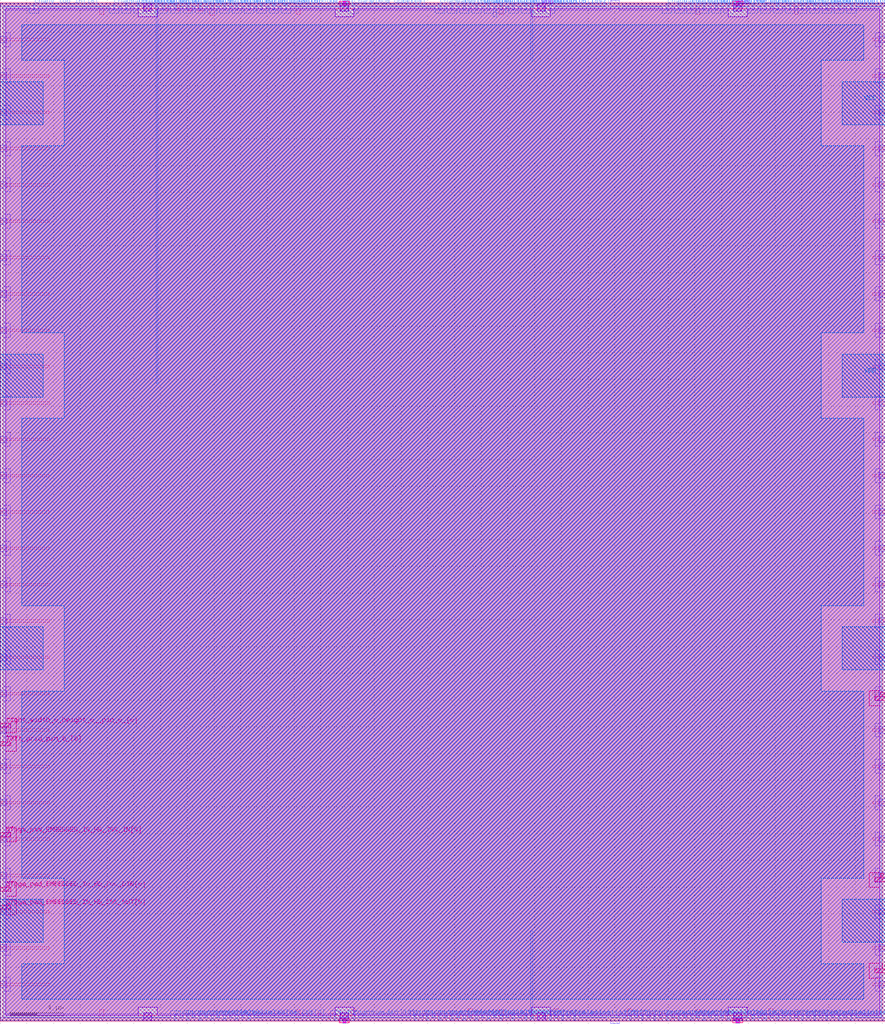
<source format=lef>
VERSION 5.7 ;
BUSBITCHARS "[]" ;

UNITS
  DATABASE MICRONS 1000 ;
END UNITS

MANUFACTURINGGRID 0.005 ;

LAYER li1
  TYPE ROUTING ;
  DIRECTION VERTICAL ;
  PITCH 0.46 ;
  WIDTH 0.17 ;
END li1

LAYER mcon
  TYPE CUT ;
END mcon

LAYER met1
  TYPE ROUTING ;
  DIRECTION HORIZONTAL ;
  PITCH 0.34 ;
  WIDTH 0.14 ;
END met1

LAYER via
  TYPE CUT ;
END via

LAYER met2
  TYPE ROUTING ;
  DIRECTION VERTICAL ;
  PITCH 0.46 ;
  WIDTH 0.14 ;
END met2

LAYER via2
  TYPE CUT ;
END via2

LAYER met3
  TYPE ROUTING ;
  DIRECTION HORIZONTAL ;
  PITCH 0.68 ;
  WIDTH 0.3 ;
END met3

LAYER via3
  TYPE CUT ;
END via3

LAYER met4
  TYPE ROUTING ;
  DIRECTION VERTICAL ;
  PITCH 0.92 ;
  WIDTH 0.3 ;
END met4

LAYER via4
  TYPE CUT ;
END via4

LAYER met5
  TYPE ROUTING ;
  DIRECTION HORIZONTAL ;
  PITCH 3.4 ;
  WIDTH 1.6 ;
END met5

LAYER nwell
  TYPE MASTERSLICE ;
END nwell

LAYER pwell
  TYPE MASTERSLICE ;
END pwell

LAYER OVERLAP
  TYPE OVERLAP ;
END OVERLAP

VIA L1M1_PR
  LAYER li1 ;
    RECT -0.085 -0.085 0.085 0.085 ;
  LAYER mcon ;
    RECT -0.085 -0.085 0.085 0.085 ;
  LAYER met1 ;
    RECT -0.145 -0.115 0.145 0.115 ;
END L1M1_PR

VIA L1M1_PR_R
  LAYER li1 ;
    RECT -0.085 -0.085 0.085 0.085 ;
  LAYER mcon ;
    RECT -0.085 -0.085 0.085 0.085 ;
  LAYER met1 ;
    RECT -0.115 -0.145 0.115 0.145 ;
END L1M1_PR_R

VIA L1M1_PR_M
  LAYER li1 ;
    RECT -0.085 -0.085 0.085 0.085 ;
  LAYER mcon ;
    RECT -0.085 -0.085 0.085 0.085 ;
  LAYER met1 ;
    RECT -0.115 -0.145 0.115 0.145 ;
END L1M1_PR_M

VIA L1M1_PR_MR
  LAYER li1 ;
    RECT -0.085 -0.085 0.085 0.085 ;
  LAYER mcon ;
    RECT -0.085 -0.085 0.085 0.085 ;
  LAYER met1 ;
    RECT -0.145 -0.115 0.145 0.115 ;
END L1M1_PR_MR

VIA L1M1_PR_C
  LAYER li1 ;
    RECT -0.085 -0.085 0.085 0.085 ;
  LAYER mcon ;
    RECT -0.085 -0.085 0.085 0.085 ;
  LAYER met1 ;
    RECT -0.145 -0.145 0.145 0.145 ;
END L1M1_PR_C

VIA M1M2_PR
  LAYER met1 ;
    RECT -0.16 -0.13 0.16 0.13 ;
  LAYER via ;
    RECT -0.075 -0.075 0.075 0.075 ;
  LAYER met2 ;
    RECT -0.13 -0.16 0.13 0.16 ;
END M1M2_PR

VIA M1M2_PR_Enc
  LAYER met1 ;
    RECT -0.16 -0.13 0.16 0.13 ;
  LAYER via ;
    RECT -0.075 -0.075 0.075 0.075 ;
  LAYER met2 ;
    RECT -0.16 -0.13 0.16 0.13 ;
END M1M2_PR_Enc

VIA M1M2_PR_R
  LAYER met1 ;
    RECT -0.13 -0.16 0.13 0.16 ;
  LAYER via ;
    RECT -0.075 -0.075 0.075 0.075 ;
  LAYER met2 ;
    RECT -0.16 -0.13 0.16 0.13 ;
END M1M2_PR_R

VIA M1M2_PR_R_Enc
  LAYER met1 ;
    RECT -0.13 -0.16 0.13 0.16 ;
  LAYER via ;
    RECT -0.075 -0.075 0.075 0.075 ;
  LAYER met2 ;
    RECT -0.13 -0.16 0.13 0.16 ;
END M1M2_PR_R_Enc

VIA M1M2_PR_M
  LAYER met1 ;
    RECT -0.16 -0.13 0.16 0.13 ;
  LAYER via ;
    RECT -0.075 -0.075 0.075 0.075 ;
  LAYER met2 ;
    RECT -0.16 -0.13 0.16 0.13 ;
END M1M2_PR_M

VIA M1M2_PR_M_Enc
  LAYER met1 ;
    RECT -0.16 -0.13 0.16 0.13 ;
  LAYER via ;
    RECT -0.075 -0.075 0.075 0.075 ;
  LAYER met2 ;
    RECT -0.13 -0.16 0.13 0.16 ;
END M1M2_PR_M_Enc

VIA M1M2_PR_MR
  LAYER met1 ;
    RECT -0.13 -0.16 0.13 0.16 ;
  LAYER via ;
    RECT -0.075 -0.075 0.075 0.075 ;
  LAYER met2 ;
    RECT -0.13 -0.16 0.13 0.16 ;
END M1M2_PR_MR

VIA M1M2_PR_MR_Enc
  LAYER met1 ;
    RECT -0.13 -0.16 0.13 0.16 ;
  LAYER via ;
    RECT -0.075 -0.075 0.075 0.075 ;
  LAYER met2 ;
    RECT -0.16 -0.13 0.16 0.13 ;
END M1M2_PR_MR_Enc

VIA M1M2_PR_C
  LAYER met1 ;
    RECT -0.16 -0.16 0.16 0.16 ;
  LAYER via ;
    RECT -0.075 -0.075 0.075 0.075 ;
  LAYER met2 ;
    RECT -0.16 -0.16 0.16 0.16 ;
END M1M2_PR_C

VIA M2M3_PR
  LAYER met2 ;
    RECT -0.14 -0.185 0.14 0.185 ;
  LAYER via2 ;
    RECT -0.1 -0.1 0.1 0.1 ;
  LAYER met3 ;
    RECT -0.165 -0.165 0.165 0.165 ;
END M2M3_PR

VIA M2M3_PR_R
  LAYER met2 ;
    RECT -0.185 -0.14 0.185 0.14 ;
  LAYER via2 ;
    RECT -0.1 -0.1 0.1 0.1 ;
  LAYER met3 ;
    RECT -0.165 -0.165 0.165 0.165 ;
END M2M3_PR_R

VIA M2M3_PR_M
  LAYER met2 ;
    RECT -0.14 -0.185 0.14 0.185 ;
  LAYER via2 ;
    RECT -0.1 -0.1 0.1 0.1 ;
  LAYER met3 ;
    RECT -0.165 -0.165 0.165 0.165 ;
END M2M3_PR_M

VIA M2M3_PR_MR
  LAYER met2 ;
    RECT -0.185 -0.14 0.185 0.14 ;
  LAYER via2 ;
    RECT -0.1 -0.1 0.1 0.1 ;
  LAYER met3 ;
    RECT -0.165 -0.165 0.165 0.165 ;
END M2M3_PR_MR

VIA M2M3_PR_C
  LAYER met2 ;
    RECT -0.185 -0.185 0.185 0.185 ;
  LAYER via2 ;
    RECT -0.1 -0.1 0.1 0.1 ;
  LAYER met3 ;
    RECT -0.165 -0.165 0.165 0.165 ;
END M2M3_PR_C

VIA M3M4_PR
  LAYER met3 ;
    RECT -0.19 -0.16 0.19 0.16 ;
  LAYER via3 ;
    RECT -0.1 -0.1 0.1 0.1 ;
  LAYER met4 ;
    RECT -0.165 -0.165 0.165 0.165 ;
END M3M4_PR

VIA M3M4_PR_R
  LAYER met3 ;
    RECT -0.16 -0.19 0.16 0.19 ;
  LAYER via3 ;
    RECT -0.1 -0.1 0.1 0.1 ;
  LAYER met4 ;
    RECT -0.165 -0.165 0.165 0.165 ;
END M3M4_PR_R

VIA M3M4_PR_M
  LAYER met3 ;
    RECT -0.19 -0.16 0.19 0.16 ;
  LAYER via3 ;
    RECT -0.1 -0.1 0.1 0.1 ;
  LAYER met4 ;
    RECT -0.165 -0.165 0.165 0.165 ;
END M3M4_PR_M

VIA M3M4_PR_MR
  LAYER met3 ;
    RECT -0.16 -0.19 0.16 0.19 ;
  LAYER via3 ;
    RECT -0.1 -0.1 0.1 0.1 ;
  LAYER met4 ;
    RECT -0.165 -0.165 0.165 0.165 ;
END M3M4_PR_MR

VIA M3M4_PR_C
  LAYER met3 ;
    RECT -0.19 -0.19 0.19 0.19 ;
  LAYER via3 ;
    RECT -0.1 -0.1 0.1 0.1 ;
  LAYER met4 ;
    RECT -0.165 -0.165 0.165 0.165 ;
END M3M4_PR_C

VIA M4M5_PR
  LAYER met4 ;
    RECT -0.59 -0.59 0.59 0.59 ;
  LAYER via4 ;
    RECT -0.4 -0.4 0.4 0.4 ;
  LAYER met5 ;
    RECT -0.71 -0.71 0.71 0.71 ;
END M4M5_PR

VIA M4M5_PR_R
  LAYER met4 ;
    RECT -0.59 -0.59 0.59 0.59 ;
  LAYER via4 ;
    RECT -0.4 -0.4 0.4 0.4 ;
  LAYER met5 ;
    RECT -0.71 -0.71 0.71 0.71 ;
END M4M5_PR_R

VIA M4M5_PR_M
  LAYER met4 ;
    RECT -0.59 -0.59 0.59 0.59 ;
  LAYER via4 ;
    RECT -0.4 -0.4 0.4 0.4 ;
  LAYER met5 ;
    RECT -0.71 -0.71 0.71 0.71 ;
END M4M5_PR_M

VIA M4M5_PR_MR
  LAYER met4 ;
    RECT -0.59 -0.59 0.59 0.59 ;
  LAYER via4 ;
    RECT -0.4 -0.4 0.4 0.4 ;
  LAYER met5 ;
    RECT -0.71 -0.71 0.71 0.71 ;
END M4M5_PR_MR

VIA M4M5_PR_C
  LAYER met4 ;
    RECT -0.59 -0.59 0.59 0.59 ;
  LAYER via4 ;
    RECT -0.4 -0.4 0.4 0.4 ;
  LAYER met5 ;
    RECT -0.71 -0.71 0.71 0.71 ;
END M4M5_PR_C

SITE unit
  CLASS CORE ;
  SYMMETRY Y ;
  SIZE 0.46 BY 2.72 ;
END unit

SITE unithddbl
  CLASS CORE ;
  SIZE 0.46 BY 5.44 ;
END unithddbl

MACRO cby_0__1_
  CLASS BLOCK ;
  ORIGIN 0 0 ;
  SIZE 66.24 BY 76.16 ;
  SYMMETRY X Y ;
  PIN chany_bottom_in[0]
    DIRECTION INPUT ;
    USE SIGNAL ;
    PORT
      LAYER met2 ;
        RECT 62.72 0 62.86 0.485 ;
    END
  END chany_bottom_in[0]
  PIN chany_bottom_in[1]
    DIRECTION INPUT ;
    USE SIGNAL ;
    PORT
      LAYER met2 ;
        RECT 40.18 0 40.32 0.485 ;
    END
  END chany_bottom_in[1]
  PIN chany_bottom_in[2]
    DIRECTION INPUT ;
    USE SIGNAL ;
    PORT
      LAYER met2 ;
        RECT 51.68 0 51.82 0.485 ;
    END
  END chany_bottom_in[2]
  PIN chany_bottom_in[3]
    DIRECTION INPUT ;
    USE SIGNAL ;
    PORT
      LAYER met2 ;
        RECT 56.28 0 56.42 0.485 ;
    END
  END chany_bottom_in[3]
  PIN chany_bottom_in[4]
    DIRECTION INPUT ;
    USE SIGNAL ;
    PORT
      LAYER met2 ;
        RECT 53.52 0 53.66 0.485 ;
    END
  END chany_bottom_in[4]
  PIN chany_bottom_in[5]
    DIRECTION INPUT ;
    USE SIGNAL ;
    PORT
      LAYER met2 ;
        RECT 34.66 0 34.8 0.485 ;
    END
  END chany_bottom_in[5]
  PIN chany_bottom_in[6]
    DIRECTION INPUT ;
    USE SIGNAL ;
    PORT
      LAYER met2 ;
        RECT 13.96 0 14.1 0.485 ;
    END
  END chany_bottom_in[6]
  PIN chany_bottom_in[7]
    DIRECTION INPUT ;
    USE SIGNAL ;
    PORT
      LAYER met2 ;
        RECT 16.72 0 16.86 0.485 ;
    END
  END chany_bottom_in[7]
  PIN chany_bottom_in[8]
    DIRECTION INPUT ;
    USE SIGNAL ;
    PORT
      LAYER met2 ;
        RECT 39.26 0 39.4 0.485 ;
    END
  END chany_bottom_in[8]
  PIN chany_bottom_in[9]
    DIRECTION INPUT ;
    USE SIGNAL ;
    PORT
      LAYER met2 ;
        RECT 35.58 0 35.72 0.485 ;
    END
  END chany_bottom_in[9]
  PIN chany_bottom_in[10]
    DIRECTION INPUT ;
    USE SIGNAL ;
    PORT
      LAYER met2 ;
        RECT 61.8 0 61.94 0.485 ;
    END
  END chany_bottom_in[10]
  PIN chany_bottom_in[11]
    DIRECTION INPUT ;
    USE SIGNAL ;
    PORT
      LAYER met2 ;
        RECT 58.12 0 58.26 0.485 ;
    END
  END chany_bottom_in[11]
  PIN chany_bottom_in[12]
    DIRECTION INPUT ;
    USE SIGNAL ;
    PORT
      LAYER met2 ;
        RECT 33.74 0 33.88 0.485 ;
    END
  END chany_bottom_in[12]
  PIN chany_bottom_in[13]
    DIRECTION INPUT ;
    USE SIGNAL ;
    PORT
      LAYER met2 ;
        RECT 38.34 0 38.48 0.485 ;
    END
  END chany_bottom_in[13]
  PIN chany_bottom_in[14]
    DIRECTION INPUT ;
    USE SIGNAL ;
    PORT
      LAYER met2 ;
        RECT 14.88 0 15.02 0.485 ;
    END
  END chany_bottom_in[14]
  PIN chany_bottom_in[15]
    DIRECTION INPUT ;
    USE SIGNAL ;
    PORT
      LAYER met2 ;
        RECT 36.5 0 36.64 0.485 ;
    END
  END chany_bottom_in[15]
  PIN chany_bottom_in[16]
    DIRECTION INPUT ;
    USE SIGNAL ;
    PORT
      LAYER met2 ;
        RECT 59.96 0 60.1 0.485 ;
    END
  END chany_bottom_in[16]
  PIN chany_bottom_in[17]
    DIRECTION INPUT ;
    USE SIGNAL ;
    PORT
      LAYER met2 ;
        RECT 15.8 0 15.94 0.485 ;
    END
  END chany_bottom_in[17]
  PIN chany_bottom_in[18]
    DIRECTION INPUT ;
    USE SIGNAL ;
    PORT
      LAYER met2 ;
        RECT 37.42 0 37.56 0.485 ;
    END
  END chany_bottom_in[18]
  PIN chany_bottom_in[19]
    DIRECTION INPUT ;
    USE SIGNAL ;
    PORT
      LAYER met2 ;
        RECT 57.2 0 57.34 0.485 ;
    END
  END chany_bottom_in[19]
  PIN chany_top_in[0]
    DIRECTION INPUT ;
    USE SIGNAL ;
    PORT
      LAYER met2 ;
        RECT 50.76 75.675 50.9 76.16 ;
    END
  END chany_top_in[0]
  PIN chany_top_in[1]
    DIRECTION INPUT ;
    USE SIGNAL ;
    PORT
      LAYER met2 ;
        RECT 57.2 75.675 57.34 76.16 ;
    END
  END chany_top_in[1]
  PIN chany_top_in[2]
    DIRECTION INPUT ;
    USE SIGNAL ;
    PORT
      LAYER met2 ;
        RECT 41.1 75.675 41.24 76.16 ;
    END
  END chany_top_in[2]
  PIN chany_top_in[3]
    DIRECTION INPUT ;
    USE SIGNAL ;
    PORT
      LAYER met2 ;
        RECT 11.2 75.675 11.34 76.16 ;
    END
  END chany_top_in[3]
  PIN chany_top_in[4]
    DIRECTION INPUT ;
    USE SIGNAL ;
    PORT
      LAYER met2 ;
        RECT 33.74 75.675 33.88 76.16 ;
    END
  END chany_top_in[4]
  PIN chany_top_in[5]
    DIRECTION INPUT ;
    USE SIGNAL ;
    PORT
      LAYER met2 ;
        RECT 19.48 75.675 19.62 76.16 ;
    END
  END chany_top_in[5]
  PIN chany_top_in[6]
    DIRECTION INPUT ;
    USE SIGNAL ;
    PORT
      LAYER met2 ;
        RECT 12.12 75.675 12.26 76.16 ;
    END
  END chany_top_in[6]
  PIN chany_top_in[7]
    DIRECTION INPUT ;
    USE SIGNAL ;
    PORT
      LAYER met2 ;
        RECT 36.5 75.675 36.64 76.16 ;
    END
  END chany_top_in[7]
  PIN chany_top_in[8]
    DIRECTION INPUT ;
    USE SIGNAL ;
    PORT
      LAYER met2 ;
        RECT 18.56 75.675 18.7 76.16 ;
    END
  END chany_top_in[8]
  PIN chany_top_in[9]
    DIRECTION INPUT ;
    USE SIGNAL ;
    PORT
      LAYER met2 ;
        RECT 13.04 75.675 13.18 76.16 ;
    END
  END chany_top_in[9]
  PIN chany_top_in[10]
    DIRECTION INPUT ;
    USE SIGNAL ;
    PORT
      LAYER met2 ;
        RECT 59.04 75.675 59.18 76.16 ;
    END
  END chany_top_in[10]
  PIN chany_top_in[11]
    DIRECTION INPUT ;
    USE SIGNAL ;
    PORT
      LAYER met2 ;
        RECT 17.64 75.675 17.78 76.16 ;
    END
  END chany_top_in[11]
  PIN chany_top_in[12]
    DIRECTION INPUT ;
    USE SIGNAL ;
    PORT
      LAYER met2 ;
        RECT 10.28 75.675 10.42 76.16 ;
    END
  END chany_top_in[12]
  PIN chany_top_in[13]
    DIRECTION INPUT ;
    USE SIGNAL ;
    PORT
      LAYER met2 ;
        RECT 13.96 75.675 14.1 76.16 ;
    END
  END chany_top_in[13]
  PIN chany_top_in[14]
    DIRECTION INPUT ;
    USE SIGNAL ;
    PORT
      LAYER met2 ;
        RECT 37.42 75.675 37.56 76.16 ;
    END
  END chany_top_in[14]
  PIN chany_top_in[15]
    DIRECTION INPUT ;
    USE SIGNAL ;
    PORT
      LAYER met2 ;
        RECT 16.72 75.675 16.86 76.16 ;
    END
  END chany_top_in[15]
  PIN chany_top_in[16]
    DIRECTION INPUT ;
    USE SIGNAL ;
    PORT
      LAYER met2 ;
        RECT 54.44 75.675 54.58 76.16 ;
    END
  END chany_top_in[16]
  PIN chany_top_in[17]
    DIRECTION INPUT ;
    USE SIGNAL ;
    PORT
      LAYER met2 ;
        RECT 14.88 75.675 15.02 76.16 ;
    END
  END chany_top_in[17]
  PIN chany_top_in[18]
    DIRECTION INPUT ;
    USE SIGNAL ;
    PORT
      LAYER met2 ;
        RECT 2.46 75.675 2.6 76.16 ;
    END
  END chany_top_in[18]
  PIN chany_top_in[19]
    DIRECTION INPUT ;
    USE SIGNAL ;
    PORT
      LAYER met2 ;
        RECT 15.8 75.675 15.94 76.16 ;
    END
  END chany_top_in[19]
  PIN ccff_head[0]
    DIRECTION INPUT ;
    USE SIGNAL ;
    PORT
      LAYER met2 ;
        RECT 34.66 75.675 34.8 76.16 ;
    END
  END ccff_head[0]
  PIN chany_bottom_out[0]
    DIRECTION OUTPUT ;
    USE SIGNAL ;
    PORT
      LAYER met2 ;
        RECT 48 0 48.14 0.485 ;
    END
  END chany_bottom_out[0]
  PIN chany_bottom_out[1]
    DIRECTION OUTPUT ;
    USE SIGNAL ;
    PORT
      LAYER met2 ;
        RECT 54.44 0 54.58 0.485 ;
    END
  END chany_bottom_out[1]
  PIN chany_bottom_out[2]
    DIRECTION OUTPUT ;
    USE SIGNAL ;
    PORT
      LAYER met2 ;
        RECT 47.08 0 47.22 0.485 ;
    END
  END chany_bottom_out[2]
  PIN chany_bottom_out[3]
    DIRECTION OUTPUT ;
    USE SIGNAL ;
    PORT
      LAYER met2 ;
        RECT 60.88 0 61.02 0.485 ;
    END
  END chany_bottom_out[3]
  PIN chany_bottom_out[4]
    DIRECTION OUTPUT ;
    USE SIGNAL ;
    PORT
      LAYER met2 ;
        RECT 50.76 0 50.9 0.485 ;
    END
  END chany_bottom_out[4]
  PIN chany_bottom_out[5]
    DIRECTION OUTPUT ;
    USE SIGNAL ;
    PORT
      LAYER met2 ;
        RECT 42.02 0 42.16 0.485 ;
    END
  END chany_bottom_out[5]
  PIN chany_bottom_out[6]
    DIRECTION OUTPUT ;
    USE SIGNAL ;
    PORT
      LAYER met2 ;
        RECT 31.9 0 32.04 0.485 ;
    END
  END chany_bottom_out[6]
  PIN chany_bottom_out[7]
    DIRECTION OUTPUT ;
    USE SIGNAL ;
    PORT
      LAYER met2 ;
        RECT 42.94 0 43.08 0.485 ;
    END
  END chany_bottom_out[7]
  PIN chany_bottom_out[8]
    DIRECTION OUTPUT ;
    USE SIGNAL ;
    PORT
      LAYER met2 ;
        RECT 13.04 0 13.18 0.485 ;
    END
  END chany_bottom_out[8]
  PIN chany_bottom_out[9]
    DIRECTION OUTPUT ;
    USE SIGNAL ;
    PORT
      LAYER met2 ;
        RECT 18.56 0 18.7 0.485 ;
    END
  END chany_bottom_out[9]
  PIN chany_bottom_out[10]
    DIRECTION OUTPUT ;
    USE SIGNAL ;
    PORT
      LAYER met2 ;
        RECT 49.84 0 49.98 0.485 ;
    END
  END chany_bottom_out[10]
  PIN chany_bottom_out[11]
    DIRECTION OUTPUT ;
    USE SIGNAL ;
    PORT
      LAYER met2 ;
        RECT 52.6 0 52.74 0.485 ;
    END
  END chany_bottom_out[11]
  PIN chany_bottom_out[12]
    DIRECTION OUTPUT ;
    USE SIGNAL ;
    PORT
      LAYER met2 ;
        RECT 59.04 0 59.18 0.485 ;
    END
  END chany_bottom_out[12]
  PIN chany_bottom_out[13]
    DIRECTION OUTPUT ;
    USE SIGNAL ;
    PORT
      LAYER met2 ;
        RECT 41.1 0 41.24 0.485 ;
    END
  END chany_bottom_out[13]
  PIN chany_bottom_out[14]
    DIRECTION OUTPUT ;
    USE SIGNAL ;
    PORT
      LAYER met2 ;
        RECT 32.82 0 32.96 0.485 ;
    END
  END chany_bottom_out[14]
  PIN chany_bottom_out[15]
    DIRECTION OUTPUT ;
    USE SIGNAL ;
    PORT
      LAYER met2 ;
        RECT 17.64 0 17.78 0.485 ;
    END
  END chany_bottom_out[15]
  PIN chany_bottom_out[16]
    DIRECTION OUTPUT ;
    USE SIGNAL ;
    PORT
      LAYER met2 ;
        RECT 25 0 25.14 0.485 ;
    END
  END chany_bottom_out[16]
  PIN chany_bottom_out[17]
    DIRECTION OUTPUT ;
    USE SIGNAL ;
    PORT
      LAYER met2 ;
        RECT 30.98 0 31.12 0.485 ;
    END
  END chany_bottom_out[17]
  PIN chany_bottom_out[18]
    DIRECTION OUTPUT ;
    USE SIGNAL ;
    PORT
      LAYER met2 ;
        RECT 63.64 0 63.78 0.485 ;
    END
  END chany_bottom_out[18]
  PIN chany_bottom_out[19]
    DIRECTION OUTPUT ;
    USE SIGNAL ;
    PORT
      LAYER met2 ;
        RECT 48.92 0 49.06 0.485 ;
    END
  END chany_bottom_out[19]
  PIN chany_top_out[0]
    DIRECTION OUTPUT ;
    USE SIGNAL ;
    PORT
      LAYER met2 ;
        RECT 49.84 75.675 49.98 76.16 ;
    END
  END chany_top_out[0]
  PIN chany_top_out[1]
    DIRECTION OUTPUT ;
    USE SIGNAL ;
    PORT
      LAYER met2 ;
        RECT 59.96 75.675 60.1 76.16 ;
    END
  END chany_top_out[1]
  PIN chany_top_out[2]
    DIRECTION OUTPUT ;
    USE SIGNAL ;
    PORT
      LAYER met2 ;
        RECT 60.88 75.675 61.02 76.16 ;
    END
  END chany_top_out[2]
  PIN chany_top_out[3]
    DIRECTION OUTPUT ;
    USE SIGNAL ;
    PORT
      LAYER met2 ;
        RECT 63.64 75.675 63.78 76.16 ;
    END
  END chany_top_out[3]
  PIN chany_top_out[4]
    DIRECTION OUTPUT ;
    USE SIGNAL ;
    PORT
      LAYER met2 ;
        RECT 52.6 75.675 52.74 76.16 ;
    END
  END chany_top_out[4]
  PIN chany_top_out[5]
    DIRECTION OUTPUT ;
    USE SIGNAL ;
    PORT
      LAYER met2 ;
        RECT 39.26 75.675 39.4 76.16 ;
    END
  END chany_top_out[5]
  PIN chany_top_out[6]
    DIRECTION OUTPUT ;
    USE SIGNAL ;
    PORT
      LAYER met2 ;
        RECT 35.58 75.675 35.72 76.16 ;
    END
  END chany_top_out[6]
  PIN chany_top_out[7]
    DIRECTION OUTPUT ;
    USE SIGNAL ;
    PORT
      LAYER met2 ;
        RECT 62.72 75.675 62.86 76.16 ;
    END
  END chany_top_out[7]
  PIN chany_top_out[8]
    DIRECTION OUTPUT ;
    USE SIGNAL ;
    PORT
      LAYER met2 ;
        RECT 9.36 75.675 9.5 76.16 ;
    END
  END chany_top_out[8]
  PIN chany_top_out[9]
    DIRECTION OUTPUT ;
    USE SIGNAL ;
    PORT
      LAYER met2 ;
        RECT 8.44 75.675 8.58 76.16 ;
    END
  END chany_top_out[9]
  PIN chany_top_out[10]
    DIRECTION OUTPUT ;
    USE SIGNAL ;
    PORT
      LAYER met2 ;
        RECT 26.38 75.675 26.52 76.16 ;
    END
  END chany_top_out[10]
  PIN chany_top_out[11]
    DIRECTION OUTPUT ;
    USE SIGNAL ;
    PORT
      LAYER met2 ;
        RECT 51.68 75.675 51.82 76.16 ;
    END
  END chany_top_out[11]
  PIN chany_top_out[12]
    DIRECTION OUTPUT ;
    USE SIGNAL ;
    PORT
      LAYER met2 ;
        RECT 53.52 75.675 53.66 76.16 ;
    END
  END chany_top_out[12]
  PIN chany_top_out[13]
    DIRECTION OUTPUT ;
    USE SIGNAL ;
    PORT
      LAYER met2 ;
        RECT 56.28 75.675 56.42 76.16 ;
    END
  END chany_top_out[13]
  PIN chany_top_out[14]
    DIRECTION OUTPUT ;
    USE SIGNAL ;
    PORT
      LAYER met2 ;
        RECT 58.12 75.675 58.26 76.16 ;
    END
  END chany_top_out[14]
  PIN chany_top_out[15]
    DIRECTION OUTPUT ;
    USE SIGNAL ;
    PORT
      LAYER met2 ;
        RECT 38.34 75.675 38.48 76.16 ;
    END
  END chany_top_out[15]
  PIN chany_top_out[16]
    DIRECTION OUTPUT ;
    USE SIGNAL ;
    PORT
      LAYER met2 ;
        RECT 61.8 75.675 61.94 76.16 ;
    END
  END chany_top_out[16]
  PIN chany_top_out[17]
    DIRECTION OUTPUT ;
    USE SIGNAL ;
    PORT
      LAYER met2 ;
        RECT 32.82 75.675 32.96 76.16 ;
    END
  END chany_top_out[17]
  PIN chany_top_out[18]
    DIRECTION OUTPUT ;
    USE SIGNAL ;
    PORT
      LAYER met2 ;
        RECT 21.32 75.675 21.46 76.16 ;
    END
  END chany_top_out[18]
  PIN chany_top_out[19]
    DIRECTION OUTPUT ;
    USE SIGNAL ;
    PORT
      LAYER met2 ;
        RECT 40.18 75.675 40.32 76.16 ;
    END
  END chany_top_out[19]
  PIN left_grid_pin_0_[0]
    DIRECTION OUTPUT ;
    USE SIGNAL ;
    PORT
      LAYER met3 ;
        RECT 0 20.59 0.8 20.89 ;
    END
  END left_grid_pin_0_[0]
  PIN ccff_tail[0]
    DIRECTION OUTPUT ;
    USE SIGNAL ;
    PORT
      LAYER met3 ;
        RECT 65.44 23.99 66.24 24.29 ;
    END
  END ccff_tail[0]
  PIN IO_ISOL_N[0]
    DIRECTION INPUT ;
    USE SIGNAL ;
    PORT
      LAYER met3 ;
        RECT 65.44 3.59 66.24 3.89 ;
    END
  END IO_ISOL_N[0]
  PIN gfpga_pad_EMBEDDED_IO_HD_SOC_IN[0]
    DIRECTION INPUT ;
    USE SIGNAL ;
    PORT
      LAYER met3 ;
        RECT 0 13.79 0.8 14.09 ;
    END
  END gfpga_pad_EMBEDDED_IO_HD_SOC_IN[0]
  PIN gfpga_pad_EMBEDDED_IO_HD_SOC_OUT[0]
    DIRECTION OUTPUT ;
    USE SIGNAL ;
    PORT
      LAYER met3 ;
        RECT 0 8.35 0.8 8.65 ;
    END
  END gfpga_pad_EMBEDDED_IO_HD_SOC_OUT[0]
  PIN gfpga_pad_EMBEDDED_IO_HD_SOC_DIR[0]
    DIRECTION OUTPUT ;
    USE SIGNAL ;
    PORT
      LAYER met3 ;
        RECT 0 9.71 0.8 10.01 ;
    END
  END gfpga_pad_EMBEDDED_IO_HD_SOC_DIR[0]
  PIN right_width_0_height_0__pin_0_[0]
    DIRECTION INPUT ;
    USE SIGNAL ;
    PORT
      LAYER met3 ;
        RECT 0 21.95 0.8 22.25 ;
    END
  END right_width_0_height_0__pin_0_[0]
  PIN right_width_0_height_0__pin_1_upper[0]
    DIRECTION OUTPUT ;
    USE SIGNAL ;
    PORT
      LAYER met2 ;
        RECT 20.4 75.675 20.54 76.16 ;
    END
  END right_width_0_height_0__pin_1_upper[0]
  PIN right_width_0_height_0__pin_1_lower[0]
    DIRECTION OUTPUT ;
    USE SIGNAL ;
    PORT
      LAYER met2 ;
        RECT 26.38 0 26.52 0.485 ;
    END
  END right_width_0_height_0__pin_1_lower[0]
  PIN prog_clk_0_E_in
    DIRECTION INPUT ;
    USE CLOCK ;
    PORT
      LAYER met3 ;
        RECT 65.44 10.39 66.24 10.69 ;
    END
  END prog_clk_0_E_in
  PIN VDD
    DIRECTION INPUT ;
    USE POWER ;
    PORT
      LAYER met1 ;
        RECT 0 2.48 0.48 2.96 ;
        RECT 65.76 2.48 66.24 2.96 ;
        RECT 0 7.92 0.48 8.4 ;
        RECT 65.76 7.92 66.24 8.4 ;
        RECT 0 13.36 0.48 13.84 ;
        RECT 65.76 13.36 66.24 13.84 ;
        RECT 0 18.8 0.48 19.28 ;
        RECT 65.76 18.8 66.24 19.28 ;
        RECT 0 24.24 0.48 24.72 ;
        RECT 65.76 24.24 66.24 24.72 ;
        RECT 0 29.68 0.48 30.16 ;
        RECT 65.76 29.68 66.24 30.16 ;
        RECT 0 35.12 0.48 35.6 ;
        RECT 65.76 35.12 66.24 35.6 ;
        RECT 0 40.56 0.48 41.04 ;
        RECT 65.76 40.56 66.24 41.04 ;
        RECT 0 46 0.48 46.48 ;
        RECT 65.76 46 66.24 46.48 ;
        RECT 0 51.44 0.48 51.92 ;
        RECT 65.76 51.44 66.24 51.92 ;
        RECT 0 56.88 0.48 57.36 ;
        RECT 65.76 56.88 66.24 57.36 ;
        RECT 0 62.32 0.48 62.8 ;
        RECT 65.76 62.32 66.24 62.8 ;
        RECT 0 67.76 0.48 68.24 ;
        RECT 65.76 67.76 66.24 68.24 ;
        RECT 0 73.2 0.48 73.68 ;
        RECT 65.76 73.2 66.24 73.68 ;
      LAYER met4 ;
        RECT 10.74 0 11.34 0.6 ;
        RECT 40.18 0 40.78 0.6 ;
        RECT 10.74 75.56 11.34 76.16 ;
        RECT 40.18 75.56 40.78 76.16 ;
      LAYER met5 ;
        RECT 0 5.88 3.2 9.08 ;
        RECT 63.04 5.88 66.24 9.08 ;
        RECT 0 46.68 3.2 49.88 ;
        RECT 63.04 46.68 66.24 49.88 ;
    END
  END VDD
  PIN VSS
    DIRECTION INPUT ;
    USE GROUND ;
    PORT
      LAYER met1 ;
        RECT 0 0 45.4 0.24 ;
        RECT 46.6 0 66.24 0.24 ;
        RECT 0 5.2 0.48 5.68 ;
        RECT 65.76 5.2 66.24 5.68 ;
        RECT 0 10.64 0.48 11.12 ;
        RECT 65.76 10.64 66.24 11.12 ;
        RECT 0 16.08 0.48 16.56 ;
        RECT 65.76 16.08 66.24 16.56 ;
        RECT 0 21.52 0.48 22 ;
        RECT 65.76 21.52 66.24 22 ;
        RECT 0 26.96 0.48 27.44 ;
        RECT 65.76 26.96 66.24 27.44 ;
        RECT 0 32.4 0.48 32.88 ;
        RECT 65.76 32.4 66.24 32.88 ;
        RECT 0 37.84 0.48 38.32 ;
        RECT 65.76 37.84 66.24 38.32 ;
        RECT 0 43.28 0.48 43.76 ;
        RECT 65.76 43.28 66.24 43.76 ;
        RECT 0 48.72 0.48 49.2 ;
        RECT 65.76 48.72 66.24 49.2 ;
        RECT 0 54.16 0.48 54.64 ;
        RECT 65.76 54.16 66.24 54.64 ;
        RECT 0 59.6 0.48 60.08 ;
        RECT 65.76 59.6 66.24 60.08 ;
        RECT 0 65.04 0.48 65.52 ;
        RECT 65.76 65.04 66.24 65.52 ;
        RECT 0 70.48 0.48 70.96 ;
        RECT 65.76 70.48 66.24 70.96 ;
        RECT 0 75.92 45.4 76.16 ;
        RECT 46.6 75.92 66.24 76.16 ;
      LAYER met4 ;
        RECT 25.46 0 26.06 0.6 ;
        RECT 54.9 0 55.5 0.6 ;
        RECT 25.46 75.56 26.06 76.16 ;
        RECT 54.9 75.56 55.5 76.16 ;
      LAYER met5 ;
        RECT 0 26.28 3.2 29.48 ;
        RECT 63.04 26.28 66.24 29.48 ;
        RECT 0 67.08 3.2 70.28 ;
        RECT 63.04 67.08 66.24 70.28 ;
    END
  END VSS
  OBS
    LAYER met2 ;
      RECT 55.06 75.975 55.34 76.345 ;
      RECT 25.62 75.975 25.9 76.345 ;
      POLYGON 39.9 76.06 39.9 75.92 39.86 75.92 39.86 71.84 39.72 71.84 39.72 76.06 ;
      POLYGON 11.8 76.06 11.8 47.7 11.66 47.7 11.66 75.92 11.62 75.92 11.62 76.06 ;
      RECT 36.9 75.15 37.16 75.47 ;
      POLYGON 39.86 6.7 39.86 0.24 39.9 0.24 39.9 0.1 39.72 0.1 39.72 6.7 ;
      RECT 55.06 -0.185 55.34 0.185 ;
      RECT 25.62 -0.185 25.9 0.185 ;
      POLYGON 65.96 75.88 65.96 0.28 64.06 0.28 64.06 0.765 63.36 0.765 63.36 0.28 63.14 0.28 63.14 0.765 62.44 0.765 62.44 0.28 62.22 0.28 62.22 0.765 61.52 0.765 61.52 0.28 61.3 0.28 61.3 0.765 60.6 0.765 60.6 0.28 60.38 0.28 60.38 0.765 59.68 0.765 59.68 0.28 59.46 0.28 59.46 0.765 58.76 0.765 58.76 0.28 58.54 0.28 58.54 0.765 57.84 0.765 57.84 0.28 57.62 0.28 57.62 0.765 56.92 0.765 56.92 0.28 56.7 0.28 56.7 0.765 56 0.765 56 0.28 54.86 0.28 54.86 0.765 54.16 0.765 54.16 0.28 53.94 0.28 53.94 0.765 53.24 0.765 53.24 0.28 53.02 0.28 53.02 0.765 52.32 0.765 52.32 0.28 52.1 0.28 52.1 0.765 51.4 0.765 51.4 0.28 51.18 0.28 51.18 0.765 50.48 0.765 50.48 0.28 50.26 0.28 50.26 0.765 49.56 0.765 49.56 0.28 49.34 0.28 49.34 0.765 48.64 0.765 48.64 0.28 48.42 0.28 48.42 0.765 47.72 0.765 47.72 0.28 47.5 0.28 47.5 0.765 46.8 0.765 46.8 0.28 43.36 0.28 43.36 0.765 42.66 0.765 42.66 0.28 42.44 0.28 42.44 0.765 41.74 0.765 41.74 0.28 41.52 0.28 41.52 0.765 40.82 0.765 40.82 0.28 40.6 0.28 40.6 0.765 39.9 0.765 39.9 0.28 39.68 0.28 39.68 0.765 38.98 0.765 38.98 0.28 38.76 0.28 38.76 0.765 38.06 0.765 38.06 0.28 37.84 0.28 37.84 0.765 37.14 0.765 37.14 0.28 36.92 0.28 36.92 0.765 36.22 0.765 36.22 0.28 36 0.28 36 0.765 35.3 0.765 35.3 0.28 35.08 0.28 35.08 0.765 34.38 0.765 34.38 0.28 34.16 0.28 34.16 0.765 33.46 0.765 33.46 0.28 33.24 0.28 33.24 0.765 32.54 0.765 32.54 0.28 32.32 0.28 32.32 0.765 31.62 0.765 31.62 0.28 31.4 0.28 31.4 0.765 30.7 0.765 30.7 0.28 26.8 0.28 26.8 0.765 26.1 0.765 26.1 0.28 25.42 0.28 25.42 0.765 24.72 0.765 24.72 0.28 18.98 0.28 18.98 0.765 18.28 0.765 18.28 0.28 18.06 0.28 18.06 0.765 17.36 0.765 17.36 0.28 17.14 0.28 17.14 0.765 16.44 0.765 16.44 0.28 16.22 0.28 16.22 0.765 15.52 0.765 15.52 0.28 15.3 0.28 15.3 0.765 14.6 0.765 14.6 0.28 14.38 0.28 14.38 0.765 13.68 0.765 13.68 0.28 13.46 0.28 13.46 0.765 12.76 0.765 12.76 0.28 0.28 0.28 0.28 75.88 2.18 75.88 2.18 75.395 2.88 75.395 2.88 75.88 8.16 75.88 8.16 75.395 8.86 75.395 8.86 75.88 9.08 75.88 9.08 75.395 9.78 75.395 9.78 75.88 10 75.88 10 75.395 10.7 75.395 10.7 75.88 10.92 75.88 10.92 75.395 11.62 75.395 11.62 75.88 11.84 75.88 11.84 75.395 12.54 75.395 12.54 75.88 12.76 75.88 12.76 75.395 13.46 75.395 13.46 75.88 13.68 75.88 13.68 75.395 14.38 75.395 14.38 75.88 14.6 75.88 14.6 75.395 15.3 75.395 15.3 75.88 15.52 75.88 15.52 75.395 16.22 75.395 16.22 75.88 16.44 75.88 16.44 75.395 17.14 75.395 17.14 75.88 17.36 75.88 17.36 75.395 18.06 75.395 18.06 75.88 18.28 75.88 18.28 75.395 18.98 75.395 18.98 75.88 19.2 75.88 19.2 75.395 19.9 75.395 19.9 75.88 20.12 75.88 20.12 75.395 20.82 75.395 20.82 75.88 21.04 75.88 21.04 75.395 21.74 75.395 21.74 75.88 26.1 75.88 26.1 75.395 26.8 75.395 26.8 75.88 32.54 75.88 32.54 75.395 33.24 75.395 33.24 75.88 33.46 75.88 33.46 75.395 34.16 75.395 34.16 75.88 34.38 75.88 34.38 75.395 35.08 75.395 35.08 75.88 35.3 75.88 35.3 75.395 36 75.395 36 75.88 36.22 75.88 36.22 75.395 36.92 75.395 36.92 75.88 37.14 75.88 37.14 75.395 37.84 75.395 37.84 75.88 38.06 75.88 38.06 75.395 38.76 75.395 38.76 75.88 38.98 75.88 38.98 75.395 39.68 75.395 39.68 75.88 39.9 75.88 39.9 75.395 40.6 75.395 40.6 75.88 40.82 75.88 40.82 75.395 41.52 75.395 41.52 75.88 49.56 75.88 49.56 75.395 50.26 75.395 50.26 75.88 50.48 75.88 50.48 75.395 51.18 75.395 51.18 75.88 51.4 75.88 51.4 75.395 52.1 75.395 52.1 75.88 52.32 75.88 52.32 75.395 53.02 75.395 53.02 75.88 53.24 75.88 53.24 75.395 53.94 75.395 53.94 75.88 54.16 75.88 54.16 75.395 54.86 75.395 54.86 75.88 56 75.88 56 75.395 56.7 75.395 56.7 75.88 56.92 75.88 56.92 75.395 57.62 75.395 57.62 75.88 57.84 75.88 57.84 75.395 58.54 75.395 58.54 75.88 58.76 75.88 58.76 75.395 59.46 75.395 59.46 75.88 59.68 75.88 59.68 75.395 60.38 75.395 60.38 75.88 60.6 75.88 60.6 75.395 61.3 75.395 61.3 75.88 61.52 75.88 61.52 75.395 62.22 75.395 62.22 75.88 62.44 75.88 62.44 75.395 63.14 75.395 63.14 75.88 63.36 75.88 63.36 75.395 64.06 75.395 64.06 75.88 ;
    LAYER met3 ;
      POLYGON 55.365 76.325 55.365 76.32 55.58 76.32 55.58 76 55.365 76 55.365 75.995 55.035 75.995 55.035 76 54.82 76 54.82 76.32 55.035 76.32 55.035 76.325 ;
      POLYGON 25.925 76.325 25.925 76.32 26.14 76.32 26.14 76 25.925 76 25.925 75.995 25.595 75.995 25.595 76 25.38 76 25.38 76.32 25.595 76.32 25.595 76.325 ;
      POLYGON 55.365 0.165 55.365 0.16 55.58 0.16 55.58 -0.16 55.365 -0.16 55.365 -0.165 55.035 -0.165 55.035 -0.16 54.82 -0.16 54.82 0.16 55.035 0.16 55.035 0.165 ;
      POLYGON 25.925 0.165 25.925 0.16 26.14 0.16 26.14 -0.16 25.925 -0.16 25.925 -0.165 25.595 -0.165 25.595 -0.16 25.38 -0.16 25.38 0.16 25.595 0.16 25.595 0.165 ;
      POLYGON 65.84 75.76 65.84 24.69 65.04 24.69 65.04 23.59 65.84 23.59 65.84 11.09 65.04 11.09 65.04 9.99 65.84 9.99 65.84 4.29 65.04 4.29 65.04 3.19 65.84 3.19 65.84 0.4 0.4 0.4 0.4 7.95 1.2 7.95 1.2 9.05 0.4 9.05 0.4 9.31 1.2 9.31 1.2 10.41 0.4 10.41 0.4 13.39 1.2 13.39 1.2 14.49 0.4 14.49 0.4 20.19 1.2 20.19 1.2 21.29 0.4 21.29 0.4 21.55 1.2 21.55 1.2 22.65 0.4 22.65 0.4 75.76 ;
    LAYER met5 ;
      POLYGON 64.64 74.56 64.64 71.88 61.44 71.88 61.44 65.48 64.64 65.48 64.64 51.48 61.44 51.48 61.44 45.08 64.64 45.08 64.64 31.08 61.44 31.08 61.44 24.68 64.64 24.68 64.64 10.68 61.44 10.68 61.44 4.28 64.64 4.28 64.64 1.6 1.6 1.6 1.6 4.28 4.8 4.28 4.8 10.68 1.6 10.68 1.6 24.68 4.8 24.68 4.8 31.08 1.6 31.08 1.6 45.08 4.8 45.08 4.8 51.48 1.6 51.48 1.6 65.48 4.8 65.48 4.8 71.88 1.6 71.88 1.6 74.56 ;
    LAYER met4 ;
      POLYGON 65.84 75.76 65.84 0.4 55.9 0.4 55.9 1 54.5 1 54.5 0.4 41.18 0.4 41.18 1 39.78 1 39.78 0.4 26.46 0.4 26.46 1 25.06 1 25.06 0.4 11.74 0.4 11.74 1 10.34 1 10.34 0.4 0.4 0.4 0.4 75.76 10.34 75.76 10.34 75.16 11.74 75.16 11.74 75.76 25.06 75.76 25.06 75.16 26.46 75.16 26.46 75.76 39.78 75.76 39.78 75.16 41.18 75.16 41.18 75.76 54.5 75.76 54.5 75.16 55.9 75.16 55.9 75.76 ;
    LAYER met1 ;
      RECT 45.68 75.92 46.32 76.4 ;
      RECT 45.68 -0.24 46.32 0.24 ;
      POLYGON 46.32 75.88 46.32 75.64 65.96 75.64 65.96 73.96 65.48 73.96 65.48 72.92 65.96 72.92 65.96 71.24 65.48 71.24 65.48 70.2 65.96 70.2 65.96 68.52 65.48 68.52 65.48 67.48 65.96 67.48 65.96 65.8 65.48 65.8 65.48 64.76 65.96 64.76 65.96 63.08 65.48 63.08 65.48 62.04 65.96 62.04 65.96 60.36 65.48 60.36 65.48 59.32 65.96 59.32 65.96 57.64 65.48 57.64 65.48 56.6 65.96 56.6 65.96 54.92 65.48 54.92 65.48 53.88 65.96 53.88 65.96 52.2 65.48 52.2 65.48 51.16 65.96 51.16 65.96 49.48 65.48 49.48 65.48 48.44 65.96 48.44 65.96 46.76 65.48 46.76 65.48 45.72 65.96 45.72 65.96 44.04 65.48 44.04 65.48 43 65.96 43 65.96 41.32 65.48 41.32 65.48 40.28 65.96 40.28 65.96 38.6 65.48 38.6 65.48 37.56 65.96 37.56 65.96 35.88 65.48 35.88 65.48 34.84 65.96 34.84 65.96 33.16 65.48 33.16 65.48 32.12 65.96 32.12 65.96 30.44 65.48 30.44 65.48 29.4 65.96 29.4 65.96 27.72 65.48 27.72 65.48 26.68 65.96 26.68 65.96 25 65.48 25 65.48 23.96 65.96 23.96 65.96 22.28 65.48 22.28 65.48 21.24 65.96 21.24 65.96 19.56 65.48 19.56 65.48 18.52 65.96 18.52 65.96 16.84 65.48 16.84 65.48 15.8 65.96 15.8 65.96 14.12 65.48 14.12 65.48 13.08 65.96 13.08 65.96 11.4 65.48 11.4 65.48 10.36 65.96 10.36 65.96 8.68 65.48 8.68 65.48 7.64 65.96 7.64 65.96 5.96 65.48 5.96 65.48 4.92 65.96 4.92 65.96 3.24 65.48 3.24 65.48 2.2 65.96 2.2 65.96 0.52 46.32 0.52 46.32 0.28 45.68 0.28 45.68 0.52 0.28 0.52 0.28 2.2 0.76 2.2 0.76 3.24 0.28 3.24 0.28 4.92 0.76 4.92 0.76 5.96 0.28 5.96 0.28 7.64 0.76 7.64 0.76 8.68 0.28 8.68 0.28 10.36 0.76 10.36 0.76 11.4 0.28 11.4 0.28 13.08 0.76 13.08 0.76 14.12 0.28 14.12 0.28 15.8 0.76 15.8 0.76 16.84 0.28 16.84 0.28 18.52 0.76 18.52 0.76 19.56 0.28 19.56 0.28 21.24 0.76 21.24 0.76 22.28 0.28 22.28 0.28 23.96 0.76 23.96 0.76 25 0.28 25 0.28 26.68 0.76 26.68 0.76 27.72 0.28 27.72 0.28 29.4 0.76 29.4 0.76 30.44 0.28 30.44 0.28 32.12 0.76 32.12 0.76 33.16 0.28 33.16 0.28 34.84 0.76 34.84 0.76 35.88 0.28 35.88 0.28 37.56 0.76 37.56 0.76 38.6 0.28 38.6 0.28 40.28 0.76 40.28 0.76 41.32 0.28 41.32 0.28 43 0.76 43 0.76 44.04 0.28 44.04 0.28 45.72 0.76 45.72 0.76 46.76 0.28 46.76 0.28 48.44 0.76 48.44 0.76 49.48 0.28 49.48 0.28 51.16 0.76 51.16 0.76 52.2 0.28 52.2 0.28 53.88 0.76 53.88 0.76 54.92 0.28 54.92 0.28 56.6 0.76 56.6 0.76 57.64 0.28 57.64 0.28 59.32 0.76 59.32 0.76 60.36 0.28 60.36 0.28 62.04 0.76 62.04 0.76 63.08 0.28 63.08 0.28 64.76 0.76 64.76 0.76 65.8 0.28 65.8 0.28 67.48 0.76 67.48 0.76 68.52 0.28 68.52 0.28 70.2 0.76 70.2 0.76 71.24 0.28 71.24 0.28 72.92 0.76 72.92 0.76 73.96 0.28 73.96 0.28 75.64 45.68 75.64 45.68 75.88 ;
    LAYER li1 ;
      POLYGON 66.24 76.245 66.24 76.075 59.715 76.075 59.715 75.35 59.425 75.35 59.425 76.075 52.355 76.075 52.355 75.35 52.065 75.35 52.065 76.075 37.635 76.075 37.635 75.35 37.345 75.35 37.345 76.075 22.455 76.075 22.455 75.35 22.165 75.35 22.165 76.075 16.005 76.075 16.005 75.275 15.675 75.275 15.675 76.075 15.165 76.075 15.165 75.595 14.835 75.595 14.835 76.075 14.325 76.075 14.325 75.595 13.995 75.595 13.995 76.075 13.405 76.075 13.405 75.595 13.235 75.595 13.235 76.075 12.565 76.075 12.565 75.595 12.395 75.595 12.395 76.075 7.735 76.075 7.735 75.35 7.445 75.35 7.445 76.075 0 76.075 0 76.245 ;
      RECT 65.32 73.355 66.24 73.525 ;
      RECT 0 73.355 3.68 73.525 ;
      RECT 65.32 70.635 66.24 70.805 ;
      RECT 0 70.635 3.68 70.805 ;
      RECT 65.32 67.915 66.24 68.085 ;
      RECT 0 67.915 3.68 68.085 ;
      RECT 65.32 65.195 66.24 65.365 ;
      RECT 0 65.195 3.68 65.365 ;
      RECT 65.32 62.475 66.24 62.645 ;
      RECT 0 62.475 3.68 62.645 ;
      RECT 65.32 59.755 66.24 59.925 ;
      RECT 0 59.755 3.68 59.925 ;
      RECT 65.32 57.035 66.24 57.205 ;
      RECT 0 57.035 3.68 57.205 ;
      RECT 65.32 54.315 66.24 54.485 ;
      RECT 0 54.315 3.68 54.485 ;
      RECT 65.32 51.595 66.24 51.765 ;
      RECT 0 51.595 3.68 51.765 ;
      RECT 65.32 48.875 66.24 49.045 ;
      RECT 0 48.875 3.68 49.045 ;
      RECT 65.32 46.155 66.24 46.325 ;
      RECT 0 46.155 3.68 46.325 ;
      RECT 65.32 43.435 66.24 43.605 ;
      RECT 0 43.435 3.68 43.605 ;
      RECT 65.32 40.715 66.24 40.885 ;
      RECT 0 40.715 3.68 40.885 ;
      RECT 65.32 37.995 66.24 38.165 ;
      RECT 0 37.995 3.68 38.165 ;
      RECT 65.32 35.275 66.24 35.445 ;
      RECT 0 35.275 3.68 35.445 ;
      RECT 65.32 32.555 66.24 32.725 ;
      RECT 0 32.555 3.68 32.725 ;
      RECT 65.32 29.835 66.24 30.005 ;
      RECT 0 29.835 3.68 30.005 ;
      RECT 65.32 27.115 66.24 27.285 ;
      RECT 0 27.115 3.68 27.285 ;
      RECT 65.32 24.395 66.24 24.565 ;
      RECT 0 24.395 3.68 24.565 ;
      RECT 65.32 21.675 66.24 21.845 ;
      RECT 0 21.675 3.68 21.845 ;
      RECT 65.32 18.955 66.24 19.125 ;
      RECT 0 18.955 3.68 19.125 ;
      RECT 65.32 16.235 66.24 16.405 ;
      RECT 0 16.235 3.68 16.405 ;
      RECT 65.32 13.515 66.24 13.685 ;
      RECT 0 13.515 3.68 13.685 ;
      RECT 65.32 10.795 66.24 10.965 ;
      RECT 0 10.795 3.68 10.965 ;
      RECT 65.32 8.075 66.24 8.245 ;
      RECT 0 8.075 3.68 8.245 ;
      RECT 65.32 5.355 66.24 5.525 ;
      RECT 0 5.355 3.68 5.525 ;
      RECT 65.32 2.635 66.24 2.805 ;
      RECT 0 2.635 3.68 2.805 ;
      POLYGON 57.865 0.885 57.865 0.085 59.425 0.085 59.425 0.81 59.715 0.81 59.715 0.085 66.24 0.085 66.24 -0.085 0 -0.085 0 0.085 7.445 0.085 7.445 0.81 7.735 0.81 7.735 0.085 22.165 0.085 22.165 0.81 22.455 0.81 22.455 0.085 22.975 0.085 22.975 0.565 23.145 0.565 23.145 0.085 23.815 0.085 23.815 0.565 23.985 0.565 23.985 0.085 24.575 0.085 24.575 0.565 24.905 0.565 24.905 0.085 25.415 0.085 25.415 0.565 25.745 0.565 25.745 0.085 26.255 0.085 26.255 0.885 26.585 0.885 26.585 0.085 31.715 0.085 31.715 0.565 31.885 0.565 31.885 0.085 32.555 0.085 32.555 0.565 32.725 0.565 32.725 0.085 33.315 0.085 33.315 0.565 33.645 0.565 33.645 0.085 34.155 0.085 34.155 0.565 34.485 0.565 34.485 0.085 34.995 0.085 34.995 0.885 35.325 0.885 35.325 0.085 37.345 0.085 37.345 0.81 37.635 0.81 37.635 0.085 38.155 0.085 38.155 0.565 38.325 0.565 38.325 0.085 38.995 0.085 38.995 0.565 39.165 0.565 39.165 0.085 39.755 0.085 39.755 0.565 40.085 0.565 40.085 0.085 40.595 0.085 40.595 0.565 40.925 0.565 40.925 0.085 41.435 0.085 41.435 0.885 41.765 0.885 41.765 0.085 46.935 0.085 46.935 0.885 47.265 0.885 47.265 0.085 47.775 0.085 47.775 0.565 48.105 0.565 48.105 0.085 48.615 0.085 48.615 0.565 48.945 0.565 48.945 0.085 49.455 0.085 49.455 0.565 49.785 0.565 49.785 0.085 50.295 0.085 50.295 0.565 50.625 0.565 50.625 0.085 51.135 0.085 51.135 0.565 51.465 0.565 51.465 0.085 52.065 0.085 52.065 0.81 52.355 0.81 52.355 0.085 54.255 0.085 54.255 0.565 54.425 0.565 54.425 0.085 55.095 0.085 55.095 0.565 55.265 0.565 55.265 0.085 55.855 0.085 55.855 0.565 56.185 0.565 56.185 0.085 56.695 0.085 56.695 0.565 57.025 0.565 57.025 0.085 57.535 0.085 57.535 0.885 ;
      RECT 0.17 0.17 66.07 75.99 ;
    LAYER via ;
      RECT 55.125 76.085 55.275 76.235 ;
      RECT 25.685 76.085 25.835 76.235 ;
      RECT 55.125 -0.075 55.275 0.075 ;
      RECT 25.685 -0.075 25.835 0.075 ;
    LAYER via2 ;
      RECT 55.1 76.06 55.3 76.26 ;
      RECT 25.66 76.06 25.86 76.26 ;
      RECT 55.1 -0.1 55.3 0.1 ;
      RECT 25.66 -0.1 25.86 0.1 ;
    LAYER via3 ;
      RECT 55.1 76.06 55.3 76.26 ;
      RECT 25.66 76.06 25.86 76.26 ;
      RECT 55.1 -0.1 55.3 0.1 ;
      RECT 25.66 -0.1 25.86 0.1 ;
    LAYER OVERLAP ;
      POLYGON 0 0 0 76.16 66.24 76.16 66.24 0 ;
  END
END cby_0__1_

END LIBRARY

</source>
